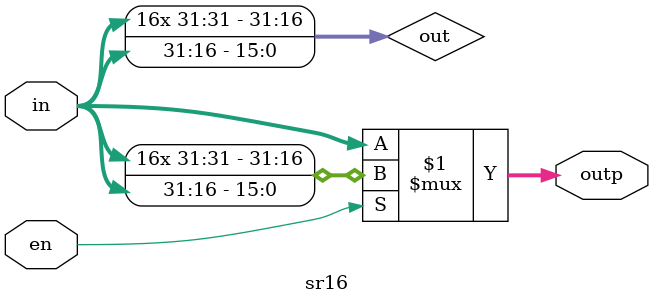
<source format=v>
module sr16(in,en,outp);

input [31:0] in;
input en;
output [31:0] outp;
wire[31:0] out;

assign out[0 ] = in[16];
assign out[1 ] = in[17];
assign out[2 ] = in[18];
assign out[3 ] = in[19];
assign out[4 ] = in[20];
assign out[5 ] = in[21];
assign out[6 ] = in[22];
assign out[7 ] = in[23];
assign out[8 ] = in[24];
assign out[9 ] = in[25];
assign out[10] = in[26];
assign out[11] = in[27];
assign out[12] = in[28];
assign out[13] = in[29];
assign out[14] = in[30];
assign out[15] = in[31];
assign out[16] = in[31];
assign out[17] = in[31];
assign out[18] = in[31];
assign out[19] = in[31];
assign out[20] = in[31];
assign out[21] = in[31];
assign out[22] = in[31];
assign out[23] = in[31];
assign out[24] = in[31];
assign out[25] = in[31];
assign out[26] = in[31];
assign out[27] = in[31];
assign out[28] = in[31];
assign out[29] = in[31];
assign out[30] = in[31];
assign out[31] = in[31];


assign outp = en? out:in;

endmodule
</source>
